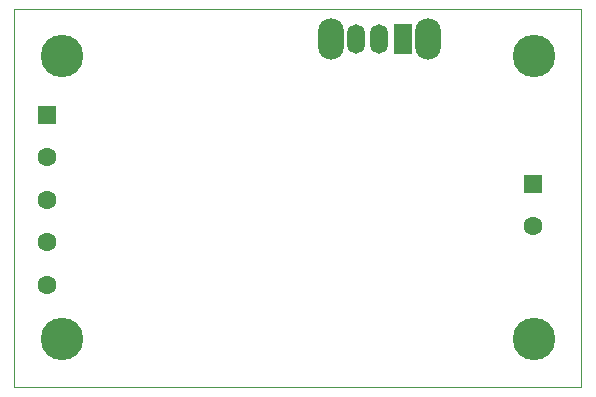
<source format=gbs>
G04 #@! TF.GenerationSoftware,KiCad,Pcbnew,9.0.2*
G04 #@! TF.CreationDate,2025-08-04T18:18:05+01:00*
G04 #@! TF.ProjectId,mito,6d69746f-2e6b-4696-9361-645f70636258,rev?*
G04 #@! TF.SameCoordinates,Original*
G04 #@! TF.FileFunction,Soldermask,Bot*
G04 #@! TF.FilePolarity,Negative*
%FSLAX46Y46*%
G04 Gerber Fmt 4.6, Leading zero omitted, Abs format (unit mm)*
G04 Created by KiCad (PCBNEW 9.0.2) date 2025-08-04 18:18:05*
%MOMM*%
%LPD*%
G01*
G04 APERTURE LIST*
G04 Aperture macros list*
%AMRoundRect*
0 Rectangle with rounded corners*
0 $1 Rounding radius*
0 $2 $3 $4 $5 $6 $7 $8 $9 X,Y pos of 4 corners*
0 Add a 4 corners polygon primitive as box body*
4,1,4,$2,$3,$4,$5,$6,$7,$8,$9,$2,$3,0*
0 Add four circle primitives for the rounded corners*
1,1,$1+$1,$2,$3*
1,1,$1+$1,$4,$5*
1,1,$1+$1,$6,$7*
1,1,$1+$1,$8,$9*
0 Add four rect primitives between the rounded corners*
20,1,$1+$1,$2,$3,$4,$5,0*
20,1,$1+$1,$4,$5,$6,$7,0*
20,1,$1+$1,$6,$7,$8,$9,0*
20,1,$1+$1,$8,$9,$2,$3,0*%
G04 Aperture macros list end*
%ADD10C,3.600000*%
%ADD11RoundRect,0.250000X-0.550000X0.550000X-0.550000X-0.550000X0.550000X-0.550000X0.550000X0.550000X0*%
%ADD12C,1.600000*%
%ADD13O,2.200000X3.500000*%
%ADD14R,1.500000X2.500000*%
%ADD15O,1.500000X2.500000*%
G04 #@! TA.AperFunction,Profile*
%ADD16C,0.050000*%
G04 #@! TD*
G04 APERTURE END LIST*
D10*
X137000000Y-113950000D03*
X177000000Y-113950000D03*
X137000000Y-89950000D03*
D11*
X176930000Y-100760000D03*
D12*
X176930000Y-104360000D03*
D11*
X135730000Y-94910000D03*
D12*
X135730000Y-98510000D03*
X135730000Y-102110000D03*
X135730000Y-105710000D03*
X135730000Y-109310000D03*
D10*
X177000000Y-89950000D03*
D13*
X168000000Y-88500000D03*
X159800000Y-88500000D03*
D14*
X165900000Y-88500000D03*
D15*
X163900000Y-88500000D03*
X161900000Y-88500000D03*
D16*
X133000000Y-86000000D02*
X181000000Y-86000000D01*
X181000000Y-118000000D01*
X133000000Y-118000000D01*
X133000000Y-86000000D01*
M02*

</source>
